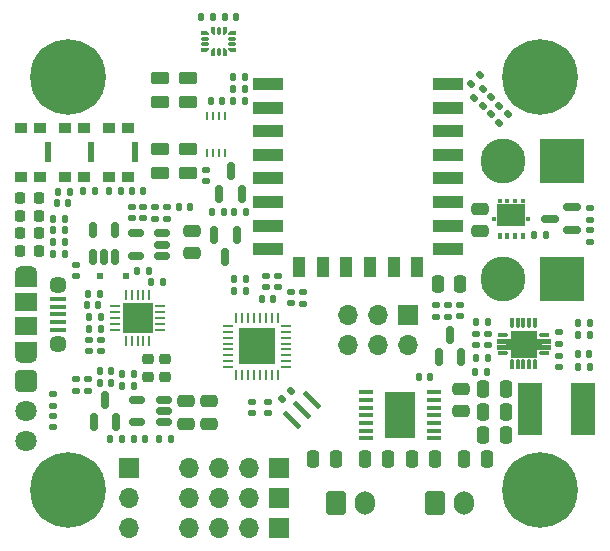
<source format=gts>
G04 #@! TF.GenerationSoftware,KiCad,Pcbnew,(5.99.0-10089-gf88d39b4f0)*
G04 #@! TF.CreationDate,2021-04-05T01:24:07-04:00*
G04 #@! TF.ProjectId,BattlebotsController,42617474-6c65-4626-9f74-73436f6e7472,rev?*
G04 #@! TF.SameCoordinates,PXb795120PY57bcf00*
G04 #@! TF.FileFunction,Soldermask,Top*
G04 #@! TF.FilePolarity,Negative*
%FSLAX46Y46*%
G04 Gerber Fmt 4.6, Leading zero omitted, Abs format (unit mm)*
G04 Created by KiCad (PCBNEW (5.99.0-10089-gf88d39b4f0)) date 2021-04-05 01:24:07*
%MOMM*%
%LPD*%
G01*
G04 APERTURE LIST*
G04 Aperture macros list*
%AMRoundRect*
0 Rectangle with rounded corners*
0 $1 Rounding radius*
0 $2 $3 $4 $5 $6 $7 $8 $9 X,Y pos of 4 corners*
0 Add a 4 corners polygon primitive as box body*
4,1,4,$2,$3,$4,$5,$6,$7,$8,$9,$2,$3,0*
0 Add four circle primitives for the rounded corners*
1,1,$1+$1,$2,$3*
1,1,$1+$1,$4,$5*
1,1,$1+$1,$6,$7*
1,1,$1+$1,$8,$9*
0 Add four rect primitives between the rounded corners*
20,1,$1+$1,$2,$3,$4,$5,0*
20,1,$1+$1,$4,$5,$6,$7,0*
20,1,$1+$1,$6,$7,$8,$9,0*
20,1,$1+$1,$8,$9,$2,$3,0*%
%AMRotRect*
0 Rectangle, with rotation*
0 The origin of the aperture is its center*
0 $1 length*
0 $2 width*
0 $3 Rotation angle, in degrees counterclockwise*
0 Add horizontal line*
21,1,$1,$2,0,0,$3*%
%AMFreePoly0*
4,1,17,0.145000,0.280005,0.145001,0.280000,0.145001,-0.280000,0.133964,-0.335489,0.102531,-0.382530,0.055490,-0.413963,0.000001,-0.425000,-0.000001,-0.425000,-0.055490,-0.413963,-0.102531,-0.382530,-0.133964,-0.335489,-0.145001,-0.280000,-0.145001,0.280000,-0.145000,0.280005,-0.145000,0.425000,0.145000,0.425000,0.145000,0.280005,0.145000,0.280005,$1*%
%AMFreePoly1*
4,1,27,0.040969,0.197445,0.050845,0.197445,0.059397,0.192507,0.068934,0.189952,0.075916,0.182970,0.084467,0.178033,0.290533,-0.028033,0.295470,-0.036584,0.302452,-0.043566,0.305008,-0.053104,0.309944,-0.061654,0.309944,-0.071527,0.312500,-0.081066,0.312500,-0.125000,0.302452,-0.162500,0.275000,-0.189952,0.237500,-0.200000,-0.237500,-0.200000,-0.275000,-0.189952,-0.302452,-0.162500,
-0.312500,-0.125000,-0.312500,0.125000,-0.302452,0.162500,-0.275000,0.189952,-0.237500,0.200000,0.031434,0.200000,0.040969,0.197445,0.040969,0.197445,$1*%
%AMFreePoly2*
4,1,27,0.275000,0.189952,0.302452,0.162500,0.312500,0.125000,0.312500,0.081066,0.309944,0.071527,0.309944,0.061654,0.305008,0.053104,0.302452,0.043566,0.295470,0.036584,0.290533,0.028033,0.084467,-0.178033,0.075916,-0.182970,0.068934,-0.189952,0.059397,-0.192507,0.050845,-0.197445,0.040969,-0.197445,0.031434,-0.200000,-0.237500,-0.200000,-0.275000,-0.189952,-0.302452,-0.162500,
-0.312500,-0.125000,-0.312500,0.125000,-0.302452,0.162500,-0.275000,0.189952,-0.237500,0.200000,0.237500,0.200000,0.275000,0.189952,0.275000,0.189952,$1*%
%AMFreePoly3*
4,1,27,0.162500,0.302452,0.189952,0.275000,0.200000,0.237500,0.200000,-0.237500,0.189952,-0.275000,0.162500,-0.302452,0.125000,-0.312500,-0.125000,-0.312500,-0.162500,-0.302452,-0.189952,-0.275000,-0.200000,-0.237500,-0.200000,0.031434,-0.197445,0.040969,-0.197445,0.050845,-0.192507,0.059397,-0.189952,0.068934,-0.182970,0.075916,-0.178033,0.084467,0.028033,0.290533,0.036584,0.295470,
0.043566,0.302452,0.053104,0.305008,0.061654,0.309944,0.071527,0.309944,0.081066,0.312500,0.125000,0.312500,0.162500,0.302452,0.162500,0.302452,$1*%
%AMFreePoly4*
4,1,27,-0.071531,0.309945,-0.061655,0.309945,-0.053103,0.305007,-0.043566,0.302452,-0.036584,0.295470,-0.028033,0.290533,0.178033,0.084467,0.182970,0.075916,0.189952,0.068934,0.192508,0.059396,0.197444,0.050846,0.197444,0.040973,0.200000,0.031434,0.200000,-0.237500,0.189952,-0.275000,0.162500,-0.302452,0.125000,-0.312500,-0.125000,-0.312500,-0.162500,-0.302452,-0.189952,-0.275000,
-0.200000,-0.237500,-0.200000,0.237500,-0.189952,0.275000,-0.162500,0.302452,-0.125000,0.312500,-0.081066,0.312500,-0.071531,0.309945,-0.071531,0.309945,$1*%
%AMFreePoly5*
4,1,27,0.275000,0.189952,0.302452,0.162500,0.312500,0.125000,0.312500,-0.125000,0.302452,-0.162500,0.275000,-0.189952,0.237500,-0.200000,-0.031434,-0.200000,-0.040973,-0.197444,-0.050846,-0.197444,-0.059396,-0.192508,-0.068934,-0.189952,-0.075916,-0.182970,-0.084467,-0.178033,-0.290533,0.028033,-0.295470,0.036584,-0.302452,0.043566,-0.305007,0.053103,-0.309945,0.061655,-0.309945,0.071531,
-0.312500,0.081066,-0.312500,0.125000,-0.302452,0.162500,-0.275000,0.189952,-0.237500,0.200000,0.237500,0.200000,0.275000,0.189952,0.275000,0.189952,$1*%
%AMFreePoly6*
4,1,27,0.275000,0.189952,0.302452,0.162500,0.312500,0.125000,0.312500,-0.125000,0.302452,-0.162500,0.275000,-0.189952,0.237500,-0.200000,-0.237500,-0.200000,-0.275000,-0.189952,-0.302452,-0.162500,-0.312500,-0.125000,-0.312500,-0.081066,-0.309945,-0.071531,-0.309945,-0.061655,-0.305007,-0.053103,-0.302452,-0.043566,-0.295470,-0.036584,-0.290533,-0.028033,-0.084467,0.178033,-0.075916,0.182970,
-0.068934,0.189952,-0.059396,0.192508,-0.050846,0.197444,-0.040973,0.197444,-0.031434,0.200000,0.237500,0.200000,0.275000,0.189952,0.275000,0.189952,$1*%
%AMFreePoly7*
4,1,27,0.162500,0.302452,0.189952,0.275000,0.200000,0.237500,0.200000,-0.031434,0.197444,-0.040973,0.197444,-0.050846,0.192508,-0.059396,0.189952,-0.068934,0.182970,-0.075916,0.178033,-0.084467,-0.028033,-0.290533,-0.036584,-0.295470,-0.043566,-0.302452,-0.053103,-0.305007,-0.061655,-0.309945,-0.071531,-0.309945,-0.081066,-0.312500,-0.125000,-0.312500,-0.162500,-0.302452,-0.189952,-0.275000,
-0.200000,-0.237500,-0.200000,0.237500,-0.189952,0.275000,-0.162500,0.302452,-0.125000,0.312500,0.125000,0.312500,0.162500,0.302452,0.162500,0.302452,$1*%
%AMFreePoly8*
4,1,27,0.162500,0.302452,0.189952,0.275000,0.200000,0.237500,0.200000,-0.237500,0.189952,-0.275000,0.162500,-0.302452,0.125000,-0.312500,0.081066,-0.312500,0.071527,-0.309944,0.061654,-0.309944,0.053104,-0.305008,0.043566,-0.302452,0.036584,-0.295470,0.028033,-0.290533,-0.178033,-0.084467,-0.182970,-0.075916,-0.189952,-0.068934,-0.192507,-0.059397,-0.197445,-0.050845,-0.197445,-0.040969,
-0.200000,-0.031434,-0.200000,0.237500,-0.189952,0.275000,-0.162500,0.302452,-0.125000,0.312500,0.125000,0.312500,0.162500,0.302452,0.162500,0.302452,$1*%
G04 Aperture macros list end*
%ADD10C,0.010000*%
%ADD11RoundRect,0.140000X-0.170000X0.140000X-0.170000X-0.140000X0.170000X-0.140000X0.170000X0.140000X0*%
%ADD12RoundRect,0.140000X0.140000X0.170000X-0.140000X0.170000X-0.140000X-0.170000X0.140000X-0.170000X0*%
%ADD13RoundRect,0.140000X0.170000X-0.140000X0.170000X0.140000X-0.170000X0.140000X-0.170000X-0.140000X0*%
%ADD14RoundRect,0.140000X-0.140000X-0.170000X0.140000X-0.170000X0.140000X0.170000X-0.140000X0.170000X0*%
%ADD15RoundRect,0.218750X-0.218750X-0.256250X0.218750X-0.256250X0.218750X0.256250X-0.218750X0.256250X0*%
%ADD16R,1.700000X1.700000*%
%ADD17O,1.700000X1.700000*%
%ADD18RoundRect,0.150000X-0.150000X0.587500X-0.150000X-0.587500X0.150000X-0.587500X0.150000X0.587500X0*%
%ADD19RoundRect,0.135000X-0.135000X-0.185000X0.135000X-0.185000X0.135000X0.185000X-0.135000X0.185000X0*%
%ADD20RoundRect,0.135000X0.135000X0.185000X-0.135000X0.185000X-0.135000X-0.185000X0.135000X-0.185000X0*%
%ADD21RoundRect,0.135000X-0.185000X0.135000X-0.185000X-0.135000X0.185000X-0.135000X0.185000X0.135000X0*%
%ADD22C,0.800000*%
%ADD23C,6.400000*%
%ADD24R,1.350000X0.400000*%
%ADD25R,1.900000X1.500000*%
%ADD26O,1.900000X1.200000*%
%ADD27R,1.900000X1.200000*%
%ADD28C,1.450000*%
%ADD29RoundRect,0.250000X-0.250000X-0.475000X0.250000X-0.475000X0.250000X0.475000X-0.250000X0.475000X0*%
%ADD30RoundRect,0.250000X0.250000X0.475000X-0.250000X0.475000X-0.250000X-0.475000X0.250000X-0.475000X0*%
%ADD31RoundRect,0.250000X0.475000X-0.250000X0.475000X0.250000X-0.475000X0.250000X-0.475000X-0.250000X0*%
%ADD32R,3.800000X3.800000*%
%ADD33C,3.800000*%
%ADD34R,2.050000X4.500000*%
%ADD35RoundRect,0.150000X0.587500X0.150000X-0.587500X0.150000X-0.587500X-0.150000X0.587500X-0.150000X0*%
%ADD36RoundRect,0.135000X0.185000X-0.135000X0.185000X0.135000X-0.185000X0.135000X-0.185000X-0.135000X0*%
%ADD37FreePoly0,270.000000*%
%ADD38FreePoly0,0.000000*%
%ADD39FreePoly0,90.000000*%
%ADD40FreePoly0,180.000000*%
%ADD41R,1.310000X0.450000*%
%ADD42R,2.650000X4.000000*%
%ADD43RoundRect,0.250000X-0.600000X-0.750000X0.600000X-0.750000X0.600000X0.750000X-0.600000X0.750000X0*%
%ADD44O,1.700000X2.000000*%
%ADD45RoundRect,0.135000X0.035355X-0.226274X0.226274X-0.035355X-0.035355X0.226274X-0.226274X0.035355X0*%
%ADD46RoundRect,0.135000X-0.035355X0.226274X-0.226274X0.035355X0.035355X-0.226274X0.226274X-0.035355X0*%
%ADD47R,1.000000X0.900000*%
%ADD48R,0.550000X1.700000*%
%ADD49RoundRect,0.250200X-0.649800X0.649800X-0.649800X-0.649800X0.649800X-0.649800X0.649800X0.649800X0*%
%ADD50C,1.800000*%
%ADD51RotRect,0.400000X1.900000X225.000000*%
%ADD52RoundRect,0.150000X0.150000X-0.587500X0.150000X0.587500X-0.150000X0.587500X-0.150000X-0.587500X0*%
%ADD53RoundRect,0.062500X0.062500X-0.375000X0.062500X0.375000X-0.062500X0.375000X-0.062500X-0.375000X0*%
%ADD54RoundRect,0.062500X0.375000X-0.062500X0.375000X0.062500X-0.375000X0.062500X-0.375000X-0.062500X0*%
%ADD55R,3.100000X3.100000*%
%ADD56RoundRect,0.218750X-0.256250X0.218750X-0.256250X-0.218750X0.256250X-0.218750X0.256250X0.218750X0*%
%ADD57RoundRect,0.250000X-0.475000X0.250000X-0.475000X-0.250000X0.475000X-0.250000X0.475000X0.250000X0*%
%ADD58R,2.500000X1.000000*%
%ADD59R,1.000000X1.800000*%
%ADD60RoundRect,0.150000X0.512500X0.150000X-0.512500X0.150000X-0.512500X-0.150000X0.512500X-0.150000X0*%
%ADD61FreePoly1,180.000000*%
%ADD62RoundRect,0.100000X0.212500X0.100000X-0.212500X0.100000X-0.212500X-0.100000X0.212500X-0.100000X0*%
%ADD63FreePoly2,180.000000*%
%ADD64FreePoly3,180.000000*%
%ADD65RoundRect,0.100000X0.100000X0.212500X-0.100000X0.212500X-0.100000X-0.212500X0.100000X-0.212500X0*%
%ADD66FreePoly4,180.000000*%
%ADD67FreePoly5,180.000000*%
%ADD68FreePoly6,180.000000*%
%ADD69FreePoly7,180.000000*%
%ADD70FreePoly8,180.000000*%
%ADD71R,0.350000X0.500000*%
%ADD72R,0.380000X0.430000*%
%ADD73R,0.400000X0.300000*%
%ADD74R,2.450000X1.980000*%
%ADD75R,0.500000X0.500000*%
%ADD76RoundRect,0.250000X-0.550000X-0.250000X0.550000X-0.250000X0.550000X0.250000X-0.550000X0.250000X0*%
%ADD77RoundRect,0.150000X0.150000X-0.512500X0.150000X0.512500X-0.150000X0.512500X-0.150000X-0.512500X0*%
%ADD78RoundRect,0.062500X-0.062500X0.350000X-0.062500X-0.350000X0.062500X-0.350000X0.062500X0.350000X0*%
%ADD79RoundRect,0.062500X-0.350000X0.062500X-0.350000X-0.062500X0.350000X-0.062500X0.350000X0.062500X0*%
%ADD80R,2.500000X2.500000*%
%ADD81R,0.250000X0.750000*%
G04 APERTURE END LIST*
D10*
G04 #@! TO.C,U8*
X44695000Y16305000D02*
X44695000Y16955000D01*
X44695000Y16955000D02*
X45820000Y16955000D01*
X45820000Y16955000D02*
X45820000Y17295000D01*
X45820000Y17295000D02*
X45100000Y17300000D01*
X45100000Y17300000D02*
X45100000Y17500000D01*
X45100000Y17500000D02*
X45820000Y17505000D01*
X45820000Y17505000D02*
X45820000Y17845000D01*
X45820000Y17845000D02*
X44695000Y17845000D01*
X44695000Y17845000D02*
X44695000Y18495000D01*
X44695000Y18495000D02*
X42505000Y18495000D01*
X42505000Y18495000D02*
X42505000Y17845000D01*
X42505000Y17845000D02*
X41380000Y17845000D01*
X41380000Y17845000D02*
X41380000Y17505000D01*
X41380000Y17505000D02*
X42100000Y17500000D01*
X42100000Y17500000D02*
X42100000Y17300000D01*
X42100000Y17300000D02*
X41380000Y17295000D01*
X41380000Y17295000D02*
X41380000Y16955000D01*
X41380000Y16955000D02*
X42505000Y16955000D01*
X42505000Y16955000D02*
X42505000Y16305000D01*
X42505000Y16305000D02*
X44695000Y16305000D01*
G36*
X44695000Y17845000D02*
G01*
X45820000Y17845000D01*
X45820000Y17505000D01*
X45100000Y17500000D01*
X45100000Y17300000D01*
X45820000Y17295000D01*
X45820000Y16955000D01*
X44695000Y16955000D01*
X44695000Y16305000D01*
X42505000Y16305000D01*
X42505000Y16955000D01*
X41380000Y16955000D01*
X41380000Y17295000D01*
X42100000Y17300000D01*
X42100000Y17500000D01*
X41380000Y17505000D01*
X41380000Y17845000D01*
X42505000Y17845000D01*
X42505000Y18495000D01*
X44695000Y18495000D01*
X44695000Y17845000D01*
G37*
X44695000Y17845000D02*
X45820000Y17845000D01*
X45820000Y17505000D01*
X45100000Y17500000D01*
X45100000Y17300000D01*
X45820000Y17295000D01*
X45820000Y16955000D01*
X44695000Y16955000D01*
X44695000Y16305000D01*
X42505000Y16305000D01*
X42505000Y16955000D01*
X41380000Y16955000D01*
X41380000Y17295000D01*
X42100000Y17300000D01*
X42100000Y17500000D01*
X41380000Y17505000D01*
X41380000Y17845000D01*
X42505000Y17845000D01*
X42505000Y18495000D01*
X44695000Y18495000D01*
X44695000Y17845000D01*
G04 #@! TD*
D11*
G04 #@! TO.C,C27*
X16750000Y31170000D03*
X16750000Y32130000D03*
G04 #@! TD*
D12*
G04 #@! TO.C,C23*
X17140000Y38000000D03*
X18100000Y38000000D03*
G04 #@! TD*
D13*
G04 #@! TO.C,C16*
X22000000Y12480000D03*
X22000000Y11520000D03*
G04 #@! TD*
G04 #@! TO.C,C15*
X20600000Y12480000D03*
X20600000Y11520000D03*
G04 #@! TD*
D11*
G04 #@! TO.C,C14*
X3800000Y10320000D03*
X3800000Y11280000D03*
G04 #@! TD*
G04 #@! TO.C,C4*
X5700000Y24080000D03*
X5700000Y23120000D03*
G04 #@! TD*
D14*
G04 #@! TO.C,C5*
X6770000Y21650000D03*
X7730000Y21650000D03*
G04 #@! TD*
D11*
G04 #@! TO.C,C24*
X5700000Y14380000D03*
X5700000Y13420000D03*
G04 #@! TD*
D15*
G04 #@! TO.C,D6*
X1012500Y29710000D03*
X2587500Y29710000D03*
G04 #@! TD*
G04 #@! TO.C,D3*
X1012500Y25300000D03*
X2587500Y25300000D03*
G04 #@! TD*
D16*
G04 #@! TO.C,J4*
X33800000Y19800000D03*
D17*
X33800000Y17260000D03*
X31260000Y19800000D03*
X31260000Y17260000D03*
X28720000Y19800000D03*
X28720000Y17260000D03*
G04 #@! TD*
D16*
G04 #@! TO.C,J5*
X22925200Y6900200D03*
D17*
X20385200Y6900200D03*
X17845200Y6900200D03*
X15305200Y6900200D03*
G04 #@! TD*
D16*
G04 #@! TO.C,J7*
X22925200Y1820200D03*
D17*
X20385200Y1820200D03*
X17845200Y1820200D03*
X15305200Y1820200D03*
G04 #@! TD*
D18*
G04 #@! TO.C,Q2*
X19312500Y26600000D03*
X17412500Y26600000D03*
X18362500Y24725000D03*
G04 #@! TD*
D19*
G04 #@! TO.C,R9*
X9590000Y14850000D03*
X10610000Y14850000D03*
G04 #@! TD*
D20*
G04 #@! TO.C,R11*
X10610000Y13850000D03*
X9590000Y13850000D03*
G04 #@! TD*
G04 #@! TO.C,R2*
X20010000Y39000000D03*
X18990000Y39000000D03*
G04 #@! TD*
G04 #@! TO.C,R18*
X4810000Y26000000D03*
X3790000Y26000000D03*
G04 #@! TD*
G04 #@! TO.C,R19*
X4810000Y28000000D03*
X3790000Y28000000D03*
G04 #@! TD*
G04 #@! TO.C,R14*
X4810000Y25000000D03*
X3790000Y25000000D03*
G04 #@! TD*
D21*
G04 #@! TO.C,R31*
X6700000Y14410000D03*
X6700000Y13390000D03*
G04 #@! TD*
D19*
G04 #@! TO.C,R35*
X48190000Y15450000D03*
X49210000Y15450000D03*
G04 #@! TD*
D14*
G04 #@! TO.C,C34*
X10620000Y9300000D03*
X11580000Y9300000D03*
G04 #@! TD*
G04 #@! TO.C,C35*
X12770000Y9300000D03*
X13730000Y9300000D03*
G04 #@! TD*
D22*
G04 #@! TO.C,MH1*
X45000000Y7400000D03*
X46697056Y3302944D03*
X42600000Y5000000D03*
X45000000Y2600000D03*
X43302944Y3302944D03*
X43302944Y6697056D03*
X47400000Y5000000D03*
D23*
X45000000Y5000000D03*
D22*
X46697056Y6697056D03*
G04 #@! TD*
G04 #@! TO.C,MH3*
X45000000Y42400000D03*
X46697056Y38302944D03*
D23*
X45000000Y40000000D03*
D22*
X43302944Y41697056D03*
X43302944Y38302944D03*
X46697056Y41697056D03*
X47400000Y40000000D03*
X42600000Y40000000D03*
X45000000Y37600000D03*
G04 #@! TD*
D24*
G04 #@! TO.C,J3*
X4162500Y21200000D03*
X4162500Y20550000D03*
X4162500Y19900000D03*
X4162500Y19250000D03*
X4162500Y18600000D03*
D25*
X1462500Y20900000D03*
D26*
X1462500Y16400000D03*
D27*
X1462500Y22800000D03*
D26*
X1462500Y23400000D03*
D28*
X4162500Y22400000D03*
X4162500Y17400000D03*
D25*
X1462500Y18900000D03*
D27*
X1462500Y17000000D03*
G04 #@! TD*
D22*
G04 #@! TO.C,MH4*
X2600000Y40000000D03*
X3302944Y38302944D03*
X5000000Y37600000D03*
D23*
X5000000Y40000000D03*
D22*
X6697056Y41697056D03*
X3302944Y41697056D03*
X5000000Y42400000D03*
X7400000Y40000000D03*
X6697056Y38302944D03*
G04 #@! TD*
D29*
G04 #@! TO.C,C8*
X25800000Y7675000D03*
X27700000Y7675000D03*
G04 #@! TD*
D30*
G04 #@! TO.C,C9*
X32100000Y7675000D03*
X30200000Y7675000D03*
G04 #@! TD*
D29*
G04 #@! TO.C,C10*
X34200000Y7675000D03*
X36100000Y7675000D03*
G04 #@! TD*
D30*
G04 #@! TO.C,C11*
X40500000Y7675000D03*
X38600000Y7675000D03*
G04 #@! TD*
D16*
G04 #@! TO.C,J6*
X22925200Y4360200D03*
D17*
X20385200Y4360200D03*
X17845200Y4360200D03*
X15305200Y4360200D03*
G04 #@! TD*
D19*
G04 #@! TO.C,R24*
X44490000Y26600000D03*
X45510000Y26600000D03*
G04 #@! TD*
D21*
G04 #@! TO.C,R29*
X49200000Y28895000D03*
X49200000Y27875000D03*
G04 #@! TD*
G04 #@! TO.C,R27*
X49200000Y27010000D03*
X49200000Y25990000D03*
G04 #@! TD*
D31*
G04 #@! TO.C,C46*
X39900000Y26950000D03*
X39900000Y28850000D03*
G04 #@! TD*
D32*
G04 #@! TO.C,J8*
X46850000Y32900000D03*
D33*
X41850000Y32900000D03*
G04 #@! TD*
D30*
G04 #@! TO.C,C47*
X38250000Y22500000D03*
X36350000Y22500000D03*
G04 #@! TD*
D34*
G04 #@! TO.C,L1*
X44177500Y11850000D03*
X48677500Y11850000D03*
G04 #@! TD*
D35*
G04 #@! TO.C,Q5*
X47737500Y27050000D03*
X47737500Y28950000D03*
X45862500Y28000000D03*
G04 #@! TD*
D32*
G04 #@! TO.C,J9*
X46850000Y22900000D03*
D33*
X41850000Y22900000D03*
G04 #@! TD*
D13*
G04 #@! TO.C,C48*
X39550000Y17270000D03*
X39550000Y18230000D03*
G04 #@! TD*
G04 #@! TO.C,C32*
X46600000Y15435000D03*
X46600000Y16395000D03*
G04 #@! TD*
D11*
G04 #@! TO.C,C42*
X40600000Y18230000D03*
X40600000Y17270000D03*
G04 #@! TD*
D36*
G04 #@! TO.C,R38*
X46600000Y17375000D03*
X46600000Y18395000D03*
G04 #@! TD*
D20*
G04 #@! TO.C,R39*
X40610000Y19250000D03*
X39590000Y19250000D03*
G04 #@! TD*
D37*
G04 #@! TO.C,U8*
X45325000Y18150000D03*
D38*
X44600000Y19125000D03*
X44100000Y19125000D03*
X43600000Y19125000D03*
X43100000Y19125000D03*
X42600000Y19125000D03*
D39*
X41875000Y18150000D03*
X41875000Y16650000D03*
D40*
X42600000Y15675000D03*
X43100000Y15675000D03*
X43600000Y15675000D03*
X44100000Y15675000D03*
X44600000Y15675000D03*
D37*
X45325000Y16650000D03*
G04 #@! TD*
D41*
G04 #@! TO.C,U1*
X30290000Y13300000D03*
X30290000Y12650000D03*
X30290000Y12000000D03*
X30295000Y11350000D03*
X30290000Y10700000D03*
X30290000Y10050000D03*
X30290000Y9400000D03*
X35990000Y9400000D03*
X35990000Y10050000D03*
X35990000Y10700000D03*
X35990000Y11350000D03*
X35990000Y12000000D03*
X35990000Y12650000D03*
X35990000Y13300000D03*
D42*
X33140000Y11350000D03*
G04 #@! TD*
D43*
G04 #@! TO.C,J2*
X36100000Y3900000D03*
D44*
X38600000Y3900000D03*
G04 #@! TD*
D43*
G04 #@! TO.C,J1*
X27700000Y3900000D03*
D44*
X30200000Y3900000D03*
G04 #@! TD*
D45*
G04 #@! TO.C,R28*
X39196429Y39396429D03*
X39917677Y40117677D03*
G04 #@! TD*
D46*
G04 #@! TO.C,R26*
X41567731Y37553517D03*
X40846483Y36832269D03*
G04 #@! TD*
D19*
G04 #@! TO.C,R1*
X4190000Y30250000D03*
X5210000Y30250000D03*
G04 #@! TD*
D20*
G04 #@! TO.C,R25*
X20010000Y40000000D03*
X18990000Y40000000D03*
G04 #@! TD*
G04 #@! TO.C,R32*
X20010000Y38000000D03*
X18990000Y38000000D03*
G04 #@! TD*
D45*
G04 #@! TO.C,R30*
X41553590Y36125162D03*
X42274838Y36846410D03*
G04 #@! TD*
D22*
G04 #@! TO.C,MH2*
X3302944Y3302944D03*
X6697056Y6697056D03*
X5000000Y7400000D03*
X6697056Y3302944D03*
X3302944Y6697056D03*
X2600000Y5000000D03*
X7400000Y5000000D03*
D23*
X5000000Y5000000D03*
D22*
X5000000Y2600000D03*
G04 #@! TD*
D12*
G04 #@! TO.C,C36*
X8680000Y14100000D03*
X7720000Y14100000D03*
G04 #@! TD*
D16*
G04 #@! TO.C,J10*
X10225200Y6900200D03*
D17*
X10225200Y4360200D03*
X10225200Y1820200D03*
G04 #@! TD*
D47*
G04 #@! TO.C,SW1*
X6400000Y31550000D03*
X6400000Y35650000D03*
X4800000Y35650000D03*
X4800000Y31550000D03*
D48*
X7025000Y33600000D03*
G04 #@! TD*
D20*
G04 #@! TO.C,R16*
X4810000Y27000000D03*
X3790000Y27000000D03*
G04 #@! TD*
D49*
G04 #@! TO.C,U3*
X1500000Y14240000D03*
D50*
X1500000Y11700000D03*
X1500000Y9160000D03*
G04 #@! TD*
D15*
G04 #@! TO.C,D5*
X1012500Y26770000D03*
X2587500Y26770000D03*
G04 #@! TD*
D47*
G04 #@! TO.C,SW2*
X2700000Y35650000D03*
X2700000Y31550000D03*
X1100000Y35650000D03*
X1100000Y31550000D03*
D48*
X3325000Y33600000D03*
G04 #@! TD*
D13*
G04 #@! TO.C,C25*
X22800000Y22220000D03*
X22800000Y23180000D03*
G04 #@! TD*
D11*
G04 #@! TO.C,C26*
X21800000Y23165000D03*
X21800000Y22205000D03*
G04 #@! TD*
D47*
G04 #@! TO.C,SW3*
X10100000Y35650000D03*
X10100000Y31550000D03*
X8500000Y31550000D03*
X8500000Y35650000D03*
D48*
X10725000Y33600000D03*
G04 #@! TD*
D19*
G04 #@! TO.C,R33*
X8590000Y9300000D03*
X9610000Y9300000D03*
G04 #@! TD*
D30*
G04 #@! TO.C,C30*
X42100000Y9700000D03*
X40200000Y9700000D03*
G04 #@! TD*
G04 #@! TO.C,C31*
X42100000Y11600000D03*
X40200000Y11600000D03*
G04 #@! TD*
D51*
G04 #@! TO.C,Y1*
X25680357Y12617778D03*
X24831829Y11769250D03*
X23983301Y10920722D03*
G04 #@! TD*
D20*
G04 #@! TO.C,R21*
X20110000Y21900000D03*
X19090000Y21900000D03*
G04 #@! TD*
D19*
G04 #@! TO.C,R23*
X19090000Y22900000D03*
X20110000Y22900000D03*
G04 #@! TD*
D45*
G04 #@! TO.C,R22*
X23189376Y12689376D03*
X23910624Y13410624D03*
G04 #@! TD*
D19*
G04 #@! TO.C,R5*
X17190000Y28600000D03*
X18210000Y28600000D03*
G04 #@! TD*
D20*
G04 #@! TO.C,R6*
X20110000Y28600000D03*
X19090000Y28600000D03*
G04 #@! TD*
D52*
G04 #@! TO.C,Q1*
X17850000Y30115000D03*
X19750000Y30115000D03*
X18800000Y31990000D03*
G04 #@! TD*
D11*
G04 #@! TO.C,C17*
X24900000Y21765000D03*
X24900000Y20805000D03*
G04 #@! TD*
G04 #@! TO.C,C18*
X23900000Y21780000D03*
X23900000Y20820000D03*
G04 #@! TD*
D14*
G04 #@! TO.C,C19*
X21455000Y21200000D03*
X22415000Y21200000D03*
G04 #@! TD*
D53*
G04 #@! TO.C,U5*
X19300000Y14737500D03*
X19800000Y14737500D03*
X20300000Y14737500D03*
X20800000Y14737500D03*
X21300000Y14737500D03*
X21800000Y14737500D03*
X22300000Y14737500D03*
X22800000Y14737500D03*
D54*
X23487500Y15425000D03*
X23487500Y15925000D03*
X23487500Y16425000D03*
X23487500Y16925000D03*
X23487500Y17425000D03*
X23487500Y17925000D03*
X23487500Y18425000D03*
X23487500Y18925000D03*
D53*
X22800000Y19612500D03*
X22300000Y19612500D03*
X21800000Y19612500D03*
X21300000Y19612500D03*
X20800000Y19612500D03*
X20300000Y19612500D03*
X19800000Y19612500D03*
X19300000Y19612500D03*
D54*
X18612500Y18925000D03*
X18612500Y18425000D03*
X18612500Y17925000D03*
X18612500Y17425000D03*
X18612500Y16925000D03*
X18612500Y16425000D03*
X18612500Y15925000D03*
X18612500Y15425000D03*
D55*
X21050000Y17175000D03*
G04 #@! TD*
D12*
G04 #@! TO.C,C33*
X49180000Y16500000D03*
X48220000Y16500000D03*
G04 #@! TD*
D56*
G04 #@! TO.C,D1*
X11800000Y16137500D03*
X11800000Y14562500D03*
G04 #@! TD*
D15*
G04 #@! TO.C,D4*
X1012500Y28240000D03*
X2587500Y28240000D03*
G04 #@! TD*
D20*
G04 #@! TO.C,R15*
X9510000Y30300000D03*
X8490000Y30300000D03*
G04 #@! TD*
D57*
G04 #@! TO.C,C2*
X17000000Y12550000D03*
X17000000Y10650000D03*
G04 #@! TD*
D19*
G04 #@! TO.C,R3*
X6290000Y30300000D03*
X7310000Y30300000D03*
G04 #@! TD*
D14*
G04 #@! TO.C,C45*
X10920000Y23600000D03*
X11880000Y23600000D03*
G04 #@! TD*
D52*
G04 #@! TO.C,Q3*
X36450000Y16262500D03*
X38350000Y16262500D03*
X37400000Y18137500D03*
G04 #@! TD*
D13*
G04 #@! TO.C,C20*
X38200000Y19720000D03*
X38200000Y20680000D03*
G04 #@! TD*
D14*
G04 #@! TO.C,C7*
X7720000Y15100000D03*
X8680000Y15100000D03*
G04 #@! TD*
D58*
G04 #@! TO.C,U7*
X22000000Y39400000D03*
X22000000Y37400000D03*
X22000000Y35400000D03*
X22000000Y33400000D03*
X22000000Y31400000D03*
X22000000Y29400000D03*
X22000000Y27400000D03*
X22000000Y25400000D03*
D59*
X24600000Y23900000D03*
X26600000Y23900000D03*
X28600000Y23900000D03*
X30600000Y23900000D03*
X32600000Y23900000D03*
X34600000Y23900000D03*
D58*
X37200000Y25400000D03*
X37200000Y27400000D03*
X37200000Y29400000D03*
X37200000Y31400000D03*
X37200000Y33400000D03*
X37200000Y35400000D03*
X37200000Y37400000D03*
X37200000Y39400000D03*
G04 #@! TD*
D14*
G04 #@! TO.C,C22*
X16320000Y45100000D03*
X17280000Y45100000D03*
G04 #@! TD*
D45*
G04 #@! TO.C,R13*
X39432269Y38246483D03*
X40153517Y38967731D03*
G04 #@! TD*
D60*
G04 #@! TO.C,U9*
X13137500Y10750000D03*
X13137500Y11700000D03*
X13137500Y12650000D03*
X10862500Y12650000D03*
X10862500Y10750000D03*
G04 #@! TD*
D61*
G04 #@! TO.C,U4*
X18962500Y42250000D03*
D62*
X18962500Y42750000D03*
X18962500Y43250000D03*
D63*
X18962500Y43750000D03*
D64*
X18300000Y43912500D03*
D65*
X17800000Y43912500D03*
D66*
X17300000Y43912500D03*
D67*
X16637500Y43750000D03*
D62*
X16637500Y43250000D03*
X16637500Y42750000D03*
D68*
X16637500Y42250000D03*
D69*
X17300000Y42087500D03*
D65*
X17800000Y42087500D03*
D70*
X18300000Y42087500D03*
G04 #@! TD*
D71*
G04 #@! TO.C,Q4*
X43525000Y26550000D03*
D72*
X41135000Y27950000D03*
D73*
X41575000Y29450000D03*
X43525000Y29450000D03*
D72*
X43965000Y27950000D03*
D73*
X42875000Y29450000D03*
X42225000Y29450000D03*
D74*
X42550000Y28310000D03*
D71*
X42875000Y26550000D03*
X42225000Y26550000D03*
X41575000Y26550000D03*
G04 #@! TD*
D12*
G04 #@! TO.C,C38*
X40580000Y16200000D03*
X39620000Y16200000D03*
G04 #@! TD*
D31*
G04 #@! TO.C,C29*
X38350000Y11700000D03*
X38350000Y13600000D03*
G04 #@! TD*
D75*
G04 #@! TO.C,D7*
X7750000Y23100000D03*
X9950000Y23100000D03*
G04 #@! TD*
D76*
G04 #@! TO.C,SW4*
X15200000Y39900000D03*
X12800000Y39900000D03*
X15200000Y37900000D03*
X12800000Y37900000D03*
X15200000Y33900000D03*
X12800000Y33900000D03*
X15200000Y31900000D03*
X12800000Y31900000D03*
G04 #@! TD*
D12*
G04 #@! TO.C,C3*
X35730000Y14600000D03*
X34770000Y14600000D03*
G04 #@! TD*
D52*
G04 #@! TO.C,Q6*
X7200000Y10762500D03*
X9100000Y10762500D03*
X8150000Y12637500D03*
G04 #@! TD*
D30*
G04 #@! TO.C,C28*
X42100000Y13550000D03*
X40200000Y13550000D03*
G04 #@! TD*
D21*
G04 #@! TO.C,R37*
X12400000Y29010000D03*
X12400000Y27990000D03*
G04 #@! TD*
D14*
G04 #@! TO.C,C21*
X18300000Y45100000D03*
X19260000Y45100000D03*
G04 #@! TD*
D21*
G04 #@! TO.C,R17*
X37200000Y20710000D03*
X37200000Y19690000D03*
G04 #@! TD*
D13*
G04 #@! TO.C,C6*
X7792500Y16775000D03*
X7792500Y17735000D03*
G04 #@! TD*
D20*
G04 #@! TO.C,R7*
X7812500Y19675000D03*
X6792500Y19675000D03*
G04 #@! TD*
D11*
G04 #@! TO.C,C12*
X6792500Y17735000D03*
X6792500Y16775000D03*
G04 #@! TD*
D14*
G04 #@! TO.C,C39*
X10420000Y30300000D03*
X11380000Y30300000D03*
G04 #@! TD*
D20*
G04 #@! TO.C,R4*
X13085000Y22650000D03*
X12065000Y22650000D03*
G04 #@! TD*
D14*
G04 #@! TO.C,C13*
X6620000Y20650000D03*
X7580000Y20650000D03*
G04 #@! TD*
D12*
G04 #@! TO.C,C37*
X15380000Y29000000D03*
X14420000Y29000000D03*
G04 #@! TD*
D36*
G04 #@! TO.C,R20*
X36200000Y19690000D03*
X36200000Y20710000D03*
G04 #@! TD*
D77*
G04 #@! TO.C,U11*
X7150000Y24762500D03*
X8100000Y24762500D03*
X9050000Y24762500D03*
X9050000Y27037500D03*
X7150000Y27037500D03*
G04 #@! TD*
D36*
G04 #@! TO.C,R10*
X3800000Y12170000D03*
X3800000Y13190000D03*
G04 #@! TD*
D78*
G04 #@! TO.C,U2*
X11925000Y21512500D03*
X11425000Y21512500D03*
X10925000Y21512500D03*
X10425000Y21512500D03*
X9925000Y21512500D03*
D79*
X8987500Y20575000D03*
X8987500Y20075000D03*
X8987500Y19575000D03*
X8987500Y19075000D03*
X8987500Y18575000D03*
D78*
X9925000Y17637500D03*
X10425000Y17637500D03*
X10925000Y17637500D03*
X11425000Y17637500D03*
X11925000Y17637500D03*
D79*
X12862500Y18575000D03*
X12862500Y19075000D03*
X12862500Y19575000D03*
X12862500Y20075000D03*
X12862500Y20575000D03*
D80*
X10925000Y19575000D03*
G04 #@! TD*
D46*
G04 #@! TO.C,R12*
X40860624Y38260624D03*
X40139376Y37539376D03*
G04 #@! TD*
D57*
G04 #@! TO.C,C1*
X15000000Y12550000D03*
X15000000Y10650000D03*
G04 #@! TD*
D12*
G04 #@! TO.C,C41*
X5080000Y29300000D03*
X4120000Y29300000D03*
G04 #@! TD*
D19*
G04 #@! TO.C,R36*
X48200000Y18150000D03*
X49220000Y18150000D03*
G04 #@! TD*
D56*
G04 #@! TO.C,D2*
X13270000Y16137500D03*
X13270000Y14562500D03*
G04 #@! TD*
D13*
G04 #@! TO.C,C40*
X10500000Y28020000D03*
X10500000Y28980000D03*
G04 #@! TD*
D19*
G04 #@! TO.C,R8*
X6802500Y18675000D03*
X7822500Y18675000D03*
G04 #@! TD*
D13*
G04 #@! TO.C,C44*
X11400000Y28020000D03*
X11400000Y28980000D03*
G04 #@! TD*
D20*
G04 #@! TO.C,R34*
X40510000Y15000000D03*
X39490000Y15000000D03*
G04 #@! TD*
D60*
G04 #@! TO.C,U10*
X13037500Y24850000D03*
X13037500Y25800000D03*
X13037500Y26750000D03*
X10762500Y26750000D03*
X10762500Y24850000D03*
G04 #@! TD*
D81*
G04 #@! TO.C,U6*
X18350000Y36650000D03*
X17850000Y36650000D03*
X17350000Y36650000D03*
X16850000Y36650000D03*
X16850000Y33550000D03*
X17350000Y33550000D03*
X17850000Y33550000D03*
X18350000Y33550000D03*
G04 #@! TD*
D36*
G04 #@! TO.C,R40*
X13400000Y27990000D03*
X13400000Y29010000D03*
G04 #@! TD*
D20*
G04 #@! TO.C,R41*
X49210000Y19200000D03*
X48190000Y19200000D03*
G04 #@! TD*
D57*
G04 #@! TO.C,C43*
X15500000Y26950000D03*
X15500000Y25050000D03*
G04 #@! TD*
M02*

</source>
